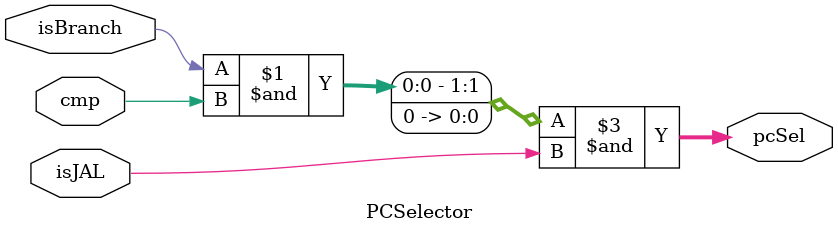
<source format=v>
module PCSelector(isBranch, isJAL, cmp, pcSel);

	input isBranch, isJAL, cmp;
	output[1:0] pcSel;

	assign pcSel = ((isBranch&cmp)<<1)&isJAL;

endmodule
</source>
